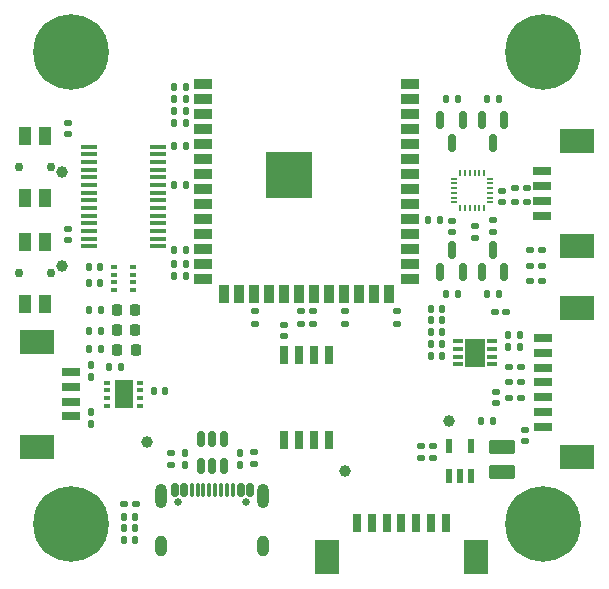
<source format=gbr>
%TF.GenerationSoftware,KiCad,Pcbnew,9.0.2*%
%TF.CreationDate,2025-07-11T20:28:03+01:00*%
%TF.ProjectId,MCU_AURA,4d43555f-4155-4524-912e-6b696361645f,rev?*%
%TF.SameCoordinates,Original*%
%TF.FileFunction,Soldermask,Top*%
%TF.FilePolarity,Negative*%
%FSLAX46Y46*%
G04 Gerber Fmt 4.6, Leading zero omitted, Abs format (unit mm)*
G04 Created by KiCad (PCBNEW 9.0.2) date 2025-07-11 20:28:03*
%MOMM*%
%LPD*%
G01*
G04 APERTURE LIST*
G04 Aperture macros list*
%AMRoundRect*
0 Rectangle with rounded corners*
0 $1 Rounding radius*
0 $2 $3 $4 $5 $6 $7 $8 $9 X,Y pos of 4 corners*
0 Add a 4 corners polygon primitive as box body*
4,1,4,$2,$3,$4,$5,$6,$7,$8,$9,$2,$3,0*
0 Add four circle primitives for the rounded corners*
1,1,$1+$1,$2,$3*
1,1,$1+$1,$4,$5*
1,1,$1+$1,$6,$7*
1,1,$1+$1,$8,$9*
0 Add four rect primitives between the rounded corners*
20,1,$1+$1,$2,$3,$4,$5,0*
20,1,$1+$1,$4,$5,$6,$7,0*
20,1,$1+$1,$6,$7,$8,$9,0*
20,1,$1+$1,$8,$9,$2,$3,0*%
G04 Aperture macros list end*
%ADD10R,0.650000X1.650000*%
%ADD11R,0.500000X0.350000*%
%ADD12RoundRect,0.140000X-0.140000X-0.170000X0.140000X-0.170000X0.140000X0.170000X-0.140000X0.170000X0*%
%ADD13R,0.599999X0.299999*%
%ADD14R,1.599999X2.400000*%
%ADD15RoundRect,0.150000X-0.150000X0.587500X-0.150000X-0.587500X0.150000X-0.587500X0.150000X0.587500X0*%
%ADD16RoundRect,0.125000X0.175000X0.125000X-0.175000X0.125000X-0.175000X-0.125000X0.175000X-0.125000X0*%
%ADD17RoundRect,0.140000X-0.170000X0.140000X-0.170000X-0.140000X0.170000X-0.140000X0.170000X0.140000X0*%
%ADD18C,0.750000*%
%ADD19R,1.000000X1.550000*%
%ADD20R,0.600000X1.200000*%
%ADD21RoundRect,0.135000X0.135000X0.185000X-0.135000X0.185000X-0.135000X-0.185000X0.135000X-0.185000X0*%
%ADD22R,1.600000X0.800000*%
%ADD23R,3.000000X2.100000*%
%ADD24RoundRect,0.150000X0.150000X-0.587500X0.150000X0.587500X-0.150000X0.587500X-0.150000X-0.587500X0*%
%ADD25RoundRect,0.140000X0.140000X0.170000X-0.140000X0.170000X-0.140000X-0.170000X0.140000X-0.170000X0*%
%ADD26RoundRect,0.135000X0.185000X-0.135000X0.185000X0.135000X-0.185000X0.135000X-0.185000X-0.135000X0*%
%ADD27RoundRect,0.135000X-0.185000X0.135000X-0.185000X-0.135000X0.185000X-0.135000X0.185000X0.135000X0*%
%ADD28RoundRect,0.125000X-0.125000X0.175000X-0.125000X-0.175000X0.125000X-0.175000X0.125000X0.175000X0*%
%ADD29RoundRect,0.218750X-0.218750X-0.256250X0.218750X-0.256250X0.218750X0.256250X-0.218750X0.256250X0*%
%ADD30RoundRect,0.140000X0.170000X-0.140000X0.170000X0.140000X-0.170000X0.140000X-0.170000X-0.140000X0*%
%ADD31C,0.800000*%
%ADD32C,6.400000*%
%ADD33C,1.000000*%
%ADD34RoundRect,0.135000X-0.135000X-0.185000X0.135000X-0.185000X0.135000X0.185000X-0.135000X0.185000X0*%
%ADD35R,1.475000X0.450000*%
%ADD36RoundRect,0.050000X-0.225000X-0.050000X0.225000X-0.050000X0.225000X0.050000X-0.225000X0.050000X0*%
%ADD37RoundRect,0.050000X0.050000X-0.225000X0.050000X0.225000X-0.050000X0.225000X-0.050000X-0.225000X0*%
%ADD38RoundRect,0.125000X0.125000X-0.175000X0.125000X0.175000X-0.125000X0.175000X-0.125000X-0.175000X0*%
%ADD39RoundRect,0.150000X0.150000X-0.512500X0.150000X0.512500X-0.150000X0.512500X-0.150000X-0.512500X0*%
%ADD40RoundRect,0.125000X-0.175000X-0.125000X0.175000X-0.125000X0.175000X0.125000X-0.175000X0.125000X0*%
%ADD41R,0.850000X0.350000*%
%ADD42R,1.700000X2.450000*%
%ADD43RoundRect,0.250000X0.850000X-0.375000X0.850000X0.375000X-0.850000X0.375000X-0.850000X-0.375000X0*%
%ADD44R,1.500000X0.900000*%
%ADD45R,0.900000X1.500000*%
%ADD46C,0.600000*%
%ADD47R,3.900000X3.900000*%
%ADD48R,0.800000X1.600000*%
%ADD49R,2.100000X3.000000*%
%ADD50C,0.650000*%
%ADD51RoundRect,0.150000X-0.150000X-0.425000X0.150000X-0.425000X0.150000X0.425000X-0.150000X0.425000X0*%
%ADD52RoundRect,0.075000X-0.075000X-0.500000X0.075000X-0.500000X0.075000X0.500000X-0.075000X0.500000X0*%
%ADD53O,1.000000X2.100000*%
%ADD54O,1.000000X1.800000*%
G04 APERTURE END LIST*
D10*
%TO.C,IC2*%
X123095000Y-87850000D03*
X124365000Y-87850000D03*
X125635000Y-87850000D03*
X126905000Y-87850000D03*
X126905000Y-80650000D03*
X125635000Y-80650000D03*
X124365000Y-80650000D03*
X123095000Y-80650000D03*
%TD*%
D11*
%TO.C,U301*%
X110300000Y-73225000D03*
X110300000Y-73875000D03*
X110300000Y-74525000D03*
X110300000Y-75175000D03*
X108700000Y-75175000D03*
X108700000Y-74525000D03*
X108700000Y-73875000D03*
X108700000Y-73225000D03*
%TD*%
D12*
%TO.C,C106*%
X139770000Y-86250000D03*
X140730000Y-86250000D03*
%TD*%
D13*
%TO.C,U202*%
X110900000Y-84975002D03*
X110900000Y-84325001D03*
X110900000Y-83675002D03*
X110900000Y-83025001D03*
X108100000Y-83025001D03*
X108100000Y-83675002D03*
X108100000Y-84325001D03*
X108100000Y-84975002D03*
D14*
X109499997Y-84000000D03*
%TD*%
D15*
%TO.C,Q300*%
X138200000Y-60812500D03*
X136300000Y-60812500D03*
X137250000Y-62687500D03*
%TD*%
D16*
%TO.C,D403*%
X144900000Y-74400000D03*
X143900000Y-74400000D03*
%TD*%
D17*
%TO.C,C300*%
X137250000Y-69295000D03*
X137250000Y-70255000D03*
%TD*%
D18*
%TO.C,S201*%
X103375000Y-73750000D03*
X100625000Y-73750000D03*
D19*
X102850000Y-76375000D03*
X101150000Y-76375000D03*
X102850000Y-71125000D03*
X101150000Y-71125000D03*
%TD*%
D20*
%TO.C,U101*%
X137000000Y-90900000D03*
X137950000Y-90900000D03*
X138900000Y-90900000D03*
X138900000Y-88400000D03*
X137000000Y-88400000D03*
%TD*%
D21*
%TO.C,R102*%
X143010000Y-79000000D03*
X141990000Y-79000000D03*
%TD*%
D22*
%TO.C,J400*%
X105066000Y-82125000D03*
X105066000Y-83375000D03*
X105066000Y-84625000D03*
X105066000Y-85875000D03*
D23*
X102166000Y-88425000D03*
X102166000Y-79575000D03*
%TD*%
D24*
%TO.C,U102*%
X139800000Y-73687500D03*
X141700000Y-73687500D03*
X140750000Y-71812500D03*
%TD*%
D25*
%TO.C,C101*%
X110480000Y-95350000D03*
X109520000Y-95350000D03*
%TD*%
%TO.C,C104*%
X136480000Y-79750000D03*
X135520000Y-79750000D03*
%TD*%
D26*
%TO.C,R401*%
X132600000Y-78010000D03*
X132600000Y-76990000D03*
%TD*%
D25*
%TO.C,C202*%
X114730000Y-61020000D03*
X113770000Y-61020000D03*
%TD*%
D27*
%TO.C,R100*%
X120500000Y-88850000D03*
X120500000Y-89870000D03*
%TD*%
%TO.C,R306*%
X125500000Y-76990000D03*
X125500000Y-78010000D03*
%TD*%
D17*
%TO.C,C103*%
X141000000Y-83770000D03*
X141000000Y-84730000D03*
%TD*%
D28*
%TO.C,D409*%
X106750000Y-85500000D03*
X106750000Y-86500000D03*
%TD*%
D16*
%TO.C,D407*%
X143600000Y-67700000D03*
X142600000Y-67700000D03*
%TD*%
D21*
%TO.C,R200*%
X114760000Y-60020000D03*
X113740000Y-60020000D03*
%TD*%
D29*
%TO.C,D300*%
X108932500Y-80240000D03*
X110507500Y-80240000D03*
%TD*%
D30*
%TO.C,C203*%
X104750000Y-61980000D03*
X104750000Y-61020000D03*
%TD*%
%TO.C,C301*%
X141550000Y-67730000D03*
X141550000Y-66770000D03*
%TD*%
D29*
%TO.C,D103*%
X108912500Y-78600000D03*
X110487500Y-78600000D03*
%TD*%
D31*
%TO.C,H3*%
X102600000Y-55000000D03*
X103302944Y-53302944D03*
X103302944Y-56697056D03*
X105000000Y-52600000D03*
D32*
X105000000Y-55000000D03*
D31*
X105000000Y-57400000D03*
X106697056Y-53302944D03*
X106697056Y-56697056D03*
X107400000Y-55000000D03*
%TD*%
D25*
%TO.C,C109*%
X141230000Y-75500000D03*
X140270000Y-75500000D03*
%TD*%
D27*
%TO.C,R1*%
X128250000Y-76990000D03*
X128250000Y-78010000D03*
%TD*%
D33*
%TO.C,TP104*%
X111500000Y-88000000D03*
%TD*%
D27*
%TO.C,R400*%
X124500000Y-76990000D03*
X124500000Y-78010000D03*
%TD*%
D16*
%TO.C,D402*%
X144900000Y-73100000D03*
X143900000Y-73100000D03*
%TD*%
D26*
%TO.C,R107*%
X134700000Y-89360000D03*
X134700000Y-88340000D03*
%TD*%
D34*
%TO.C,R301*%
X140240000Y-59000000D03*
X141260000Y-59000000D03*
%TD*%
D33*
%TO.C,TP101*%
X137000000Y-86250000D03*
%TD*%
D12*
%TO.C,C206*%
X108270000Y-81700000D03*
X109230000Y-81700000D03*
%TD*%
%TO.C,C205*%
X112020000Y-83750000D03*
X112980000Y-83750000D03*
%TD*%
D35*
%TO.C,IC1*%
X106562000Y-63025000D03*
X106562000Y-63675000D03*
X106562000Y-64325000D03*
X106562000Y-64975000D03*
X106562000Y-65625000D03*
X106562000Y-66275000D03*
X106562000Y-66925000D03*
X106562000Y-67575000D03*
X106562000Y-68225000D03*
X106562000Y-68875000D03*
X106562000Y-69525000D03*
X106562000Y-70175000D03*
X106562000Y-70825000D03*
X106562000Y-71475000D03*
X112438000Y-71475000D03*
X112438000Y-70825000D03*
X112438000Y-70175000D03*
X112438000Y-69525000D03*
X112438000Y-68875000D03*
X112438000Y-68225000D03*
X112438000Y-67575000D03*
X112438000Y-66925000D03*
X112438000Y-66275000D03*
X112438000Y-65625000D03*
X112438000Y-64975000D03*
X112438000Y-64325000D03*
X112438000Y-63675000D03*
X112438000Y-63025000D03*
%TD*%
D36*
%TO.C,U300*%
X137500000Y-65750000D03*
X137500000Y-66150000D03*
X137500000Y-66550000D03*
X137500000Y-66950000D03*
X137500000Y-67350000D03*
X137500000Y-67750000D03*
D37*
X138000000Y-68250000D03*
X138400000Y-68250000D03*
X138800000Y-68250000D03*
X139200000Y-68250000D03*
X139600000Y-68250000D03*
X140000000Y-68250000D03*
D36*
X140500000Y-67750000D03*
X140500000Y-67350000D03*
X140500000Y-66950000D03*
X140500000Y-66550000D03*
X140500000Y-66150000D03*
X140500000Y-65750000D03*
D37*
X140000000Y-65250000D03*
X139600000Y-65250000D03*
X139200000Y-65250000D03*
X138800000Y-65250000D03*
X138400000Y-65250000D03*
X138000000Y-65250000D03*
%TD*%
D24*
%TO.C,Q302*%
X136300000Y-73687500D03*
X138200000Y-73687500D03*
X137250000Y-71812500D03*
%TD*%
D38*
%TO.C,D410*%
X106750000Y-82500000D03*
X106750000Y-81500000D03*
%TD*%
D34*
%TO.C,R108*%
X106540000Y-76900000D03*
X107560000Y-76900000D03*
%TD*%
D27*
%TO.C,R106*%
X135700000Y-88340000D03*
X135700000Y-89360000D03*
%TD*%
D15*
%TO.C,Q301*%
X141700000Y-60812500D03*
X139800000Y-60812500D03*
X140750000Y-62687500D03*
%TD*%
D30*
%TO.C,C107*%
X143500000Y-87980000D03*
X143500000Y-87020000D03*
%TD*%
D34*
%TO.C,R305*%
X106540000Y-80200000D03*
X107560000Y-80200000D03*
%TD*%
D39*
%TO.C,U201*%
X116050000Y-90047500D03*
X117000000Y-90047500D03*
X117950000Y-90047500D03*
X117950000Y-87772500D03*
X117000000Y-87772500D03*
X116050000Y-87772500D03*
%TD*%
D16*
%TO.C,D405*%
X143100000Y-83000000D03*
X142100000Y-83000000D03*
%TD*%
D30*
%TO.C,C108*%
X140750000Y-70230000D03*
X140750000Y-69270000D03*
%TD*%
D38*
%TO.C,D101*%
X114700000Y-89960000D03*
X114700000Y-88960000D03*
%TD*%
D31*
%TO.C,H4*%
X142600000Y-55000000D03*
X143302944Y-53302944D03*
X143302944Y-56697056D03*
X145000000Y-52600000D03*
D32*
X145000000Y-55000000D03*
D31*
X145000000Y-57400000D03*
X146697056Y-53302944D03*
X146697056Y-56697056D03*
X147400000Y-55000000D03*
%TD*%
D34*
%TO.C,R202*%
X113740000Y-74000000D03*
X114760000Y-74000000D03*
%TD*%
%TO.C,R201*%
X113740000Y-73010000D03*
X114760000Y-73010000D03*
%TD*%
D40*
%TO.C,D400*%
X140900000Y-77000000D03*
X141900000Y-77000000D03*
%TD*%
D21*
%TO.C,R205*%
X114760000Y-71750000D03*
X113740000Y-71750000D03*
%TD*%
D12*
%TO.C,C303*%
X113770000Y-63000000D03*
X114730000Y-63000000D03*
%TD*%
D18*
%TO.C,S200*%
X103375000Y-64750000D03*
X100625000Y-64750000D03*
D19*
X102850000Y-67375000D03*
X101150000Y-67375000D03*
X102850000Y-62125000D03*
X101150000Y-62125000D03*
%TD*%
D25*
%TO.C,C105*%
X136480000Y-80800000D03*
X135520000Y-80800000D03*
%TD*%
%TO.C,C304*%
X107480000Y-74550000D03*
X106520000Y-74550000D03*
%TD*%
%TO.C,C102*%
X110480000Y-96350000D03*
X109520000Y-96350000D03*
%TD*%
%TO.C,C100*%
X110480000Y-94350000D03*
X109520000Y-94350000D03*
%TD*%
D41*
%TO.C,U100*%
X140700000Y-81475000D03*
X140700000Y-80825000D03*
X140700000Y-80175000D03*
X140700000Y-79525000D03*
X137800000Y-79525000D03*
X137800000Y-80175000D03*
X137800000Y-80825000D03*
X137800000Y-81475000D03*
D42*
X139250000Y-80500000D03*
%TD*%
D43*
%TO.C,L101*%
X141500000Y-90575000D03*
X141500000Y-88425000D03*
%TD*%
D31*
%TO.C,H1*%
X102600000Y-95000000D03*
X103302944Y-93302944D03*
X103302944Y-96697056D03*
X105000000Y-92600000D03*
D32*
X105000000Y-95000000D03*
D31*
X105000000Y-97400000D03*
X106697056Y-93302944D03*
X106697056Y-96697056D03*
X107400000Y-95000000D03*
%TD*%
D17*
%TO.C,C302*%
X139250000Y-69770000D03*
X139250000Y-70730000D03*
%TD*%
D44*
%TO.C,U200*%
X116250000Y-57740000D03*
X116250000Y-59010000D03*
X116250000Y-60280000D03*
X116250000Y-61550000D03*
X116250000Y-62820000D03*
X116250000Y-64090000D03*
X116250000Y-65360000D03*
X116250000Y-66630000D03*
X116250000Y-67900000D03*
X116250000Y-69170000D03*
X116250000Y-70440000D03*
X116250000Y-71710000D03*
X116250000Y-72980000D03*
X116250000Y-74250000D03*
D45*
X118015000Y-75500000D03*
X119285000Y-75500000D03*
X120555000Y-75500000D03*
X121825000Y-75500000D03*
X123095000Y-75500000D03*
X124365000Y-75500000D03*
X125635000Y-75500000D03*
X126905000Y-75500000D03*
X128175000Y-75500000D03*
X129445000Y-75500000D03*
X130715000Y-75500000D03*
X131985000Y-75500000D03*
D44*
X133750000Y-74250000D03*
X133750000Y-72980000D03*
X133750000Y-71710000D03*
X133750000Y-70440000D03*
X133750000Y-69170000D03*
X133750000Y-67900000D03*
X133750000Y-66630000D03*
X133750000Y-65360000D03*
X133750000Y-64090000D03*
X133750000Y-62820000D03*
X133750000Y-61550000D03*
X133750000Y-60280000D03*
X133750000Y-59010000D03*
X133750000Y-57740000D03*
D46*
X122100000Y-64760000D03*
X122100000Y-66160000D03*
X122800000Y-64060000D03*
X122800000Y-65460000D03*
X122800000Y-66860000D03*
X123500000Y-64760000D03*
D47*
X123500000Y-65460000D03*
D46*
X123500000Y-66160000D03*
X124200000Y-64060000D03*
X124200000Y-65460000D03*
X124200000Y-66860000D03*
X124900000Y-64760000D03*
X124900000Y-66160000D03*
%TD*%
D33*
%TO.C,TP100*%
X128250000Y-90500000D03*
%TD*%
D25*
%TO.C,C401*%
X136480000Y-77720000D03*
X135520000Y-77720000D03*
%TD*%
D27*
%TO.C,R101*%
X113500000Y-88950000D03*
X113500000Y-89970000D03*
%TD*%
D34*
%TO.C,R104*%
X106540000Y-78650000D03*
X107560000Y-78650000D03*
%TD*%
D21*
%TO.C,R303*%
X137760000Y-75500000D03*
X136740000Y-75500000D03*
%TD*%
D30*
%TO.C,C1*%
X123100000Y-79080000D03*
X123100000Y-78120000D03*
%TD*%
D34*
%TO.C,R300*%
X136740000Y-59000000D03*
X137760000Y-59000000D03*
%TD*%
D48*
%TO.C,J405*%
X129250000Y-94900000D03*
X130500000Y-94900000D03*
X131750000Y-94900000D03*
X133000000Y-94900000D03*
X134250000Y-94900000D03*
X135500000Y-94900000D03*
X136750000Y-94900000D03*
D49*
X126700000Y-97800000D03*
X139300000Y-97800000D03*
%TD*%
D50*
%TO.C,J100*%
X114110000Y-93145000D03*
X119890000Y-93145000D03*
D51*
X113800000Y-92070000D03*
X114600000Y-92070000D03*
D52*
X115750000Y-92070000D03*
X116750000Y-92070000D03*
X117250000Y-92070000D03*
X118250000Y-92070000D03*
D51*
X119400000Y-92070000D03*
X120200000Y-92070000D03*
X120200000Y-92070000D03*
X119400000Y-92070000D03*
D52*
X118750000Y-92070000D03*
X117750000Y-92070000D03*
X116250000Y-92070000D03*
X115250000Y-92070000D03*
D51*
X114600000Y-92070000D03*
X113800000Y-92070000D03*
D53*
X112680000Y-92645000D03*
X121320000Y-92645000D03*
D54*
X112680000Y-96825000D03*
X121320000Y-96825000D03*
%TD*%
D22*
%TO.C,J402*%
X144950000Y-68875000D03*
X144950000Y-67625000D03*
X144950000Y-66375000D03*
X144950000Y-65125000D03*
D23*
X147850000Y-62575000D03*
X147850000Y-71425000D03*
%TD*%
D16*
%TO.C,D102*%
X110500000Y-93250000D03*
X109500000Y-93250000D03*
%TD*%
D30*
%TO.C,C204*%
X104750000Y-70980000D03*
X104750000Y-70020000D03*
%TD*%
D27*
%TO.C,R206*%
X120600000Y-76990000D03*
X120600000Y-78010000D03*
%TD*%
D21*
%TO.C,R304*%
X114760000Y-66250000D03*
X113740000Y-66250000D03*
%TD*%
D34*
%TO.C,R302*%
X135240000Y-69250000D03*
X136260000Y-69250000D03*
%TD*%
D16*
%TO.C,D406*%
X143100000Y-81700000D03*
X142100000Y-81700000D03*
%TD*%
D25*
%TO.C,C402*%
X136480000Y-76750000D03*
X135520000Y-76750000D03*
%TD*%
D38*
%TO.C,D100*%
X119300000Y-89960000D03*
X119300000Y-88960000D03*
%TD*%
D21*
%TO.C,R103*%
X143010000Y-80000000D03*
X141990000Y-80000000D03*
%TD*%
D31*
%TO.C,H2*%
X142600000Y-95000000D03*
X143302944Y-93302944D03*
X143302944Y-96697056D03*
X145000000Y-92600000D03*
D32*
X145000000Y-95000000D03*
D31*
X145000000Y-97400000D03*
X146697056Y-93302944D03*
X146697056Y-96697056D03*
X147400000Y-95000000D03*
%TD*%
D16*
%TO.C,D401*%
X144900000Y-71800000D03*
X143900000Y-71800000D03*
%TD*%
%TO.C,D404*%
X143100000Y-84300000D03*
X142100000Y-84300000D03*
%TD*%
%TO.C,D408*%
X143600000Y-66500000D03*
X142600000Y-66500000D03*
%TD*%
D29*
%TO.C,D104*%
X108912500Y-76900000D03*
X110487500Y-76900000D03*
%TD*%
D25*
%TO.C,C305*%
X107480000Y-73200000D03*
X106520000Y-73200000D03*
%TD*%
D22*
%TO.C,J407*%
X145000000Y-86750000D03*
X145000000Y-85500000D03*
X145000000Y-84250000D03*
X145000000Y-83000000D03*
X145000000Y-81750000D03*
X145000000Y-80500000D03*
X145000000Y-79250000D03*
D23*
X147900000Y-89300000D03*
X147900000Y-76700000D03*
%TD*%
D25*
%TO.C,C201*%
X114730000Y-59000000D03*
X113770000Y-59000000D03*
%TD*%
%TO.C,C400*%
X136480000Y-78750000D03*
X135520000Y-78750000D03*
%TD*%
%TO.C,C200*%
X114730000Y-58000000D03*
X113770000Y-58000000D03*
%TD*%
D33*
%TO.C,J1*%
X104250000Y-73180000D03*
X104250000Y-65200000D03*
%TD*%
M02*

</source>
